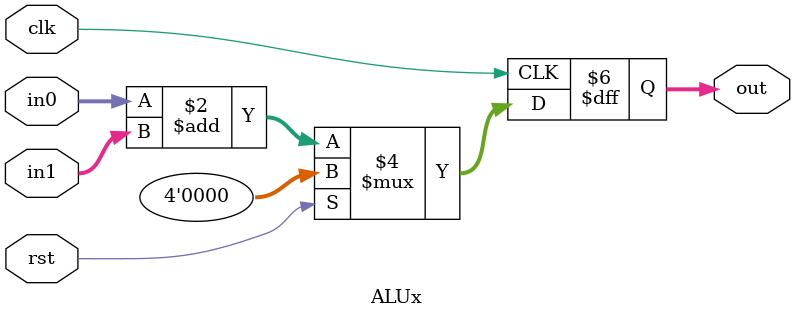
<source format=v>
module ALUx(in0, in1, out, clk, rst);
    
    parameter N = 4;
    parameter OPCODE = 0;

    input clk, rst;
    input [N - 1:0] in0, in1;
    output reg [N - 1:0] out;

    always @(posedge clk) begin
        if(rst)
            out = 0;
        else begin
            casex(OPCODE) 
            2'h0: out <= in0 + in1;
            2'h1: out <= in0 | in1;
            2'h2: out <= in0 - in1;
            2'h3: out <= in0 ^ in1;
            endcase
        end
    end

endmodule
</source>
